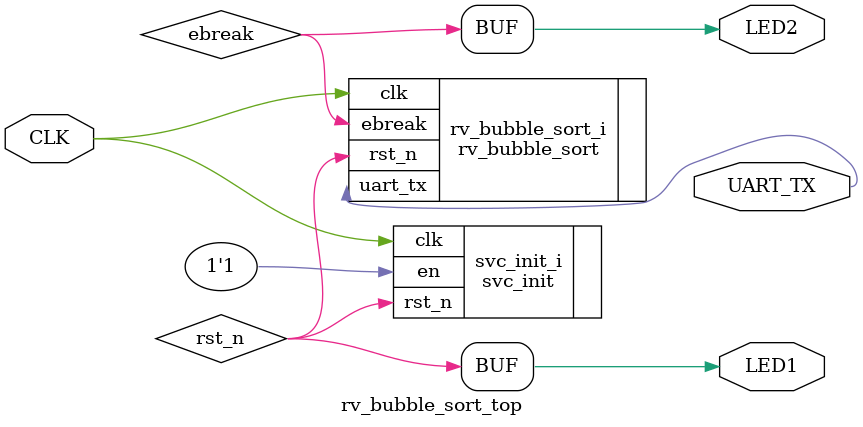
<source format=sv>
`include "svc.sv"
`include "svc_init.sv"

`include "rv_bubble_sort.sv"

module rv_bubble_sort_top (
    input logic CLK,

    output logic UART_TX,

    output logic LED1,
    output logic LED2
);
  //
  // Clock frequency matches board clock
  //
  localparam CLOCK_FREQ = 100_000_000;
  localparam BAUD_RATE = 115_200;

  logic rst_n;
  logic ebreak;

  //
  // Reset generation
  //
  svc_init svc_init_i (
      .clk  (CLK),
      .en   (1'b1),
      .rst_n(rst_n)
  );

  //
  // RISC-V bubble sort instance
  //
  rv_bubble_sort #(
      .CLOCK_FREQ(CLOCK_FREQ),
      .BAUD_RATE (BAUD_RATE)
  ) rv_bubble_sort_i (
      .clk    (CLK),
      .rst_n  (rst_n),
      .uart_tx(UART_TX),
      .ebreak (ebreak)
  );

  //
  // Status LEDs
  //
  // LED1: Active when not in reset
  // LED2: Indicates ebreak hit
  //
  assign LED1 = rst_n;
  assign LED2 = ebreak;

endmodule

</source>
